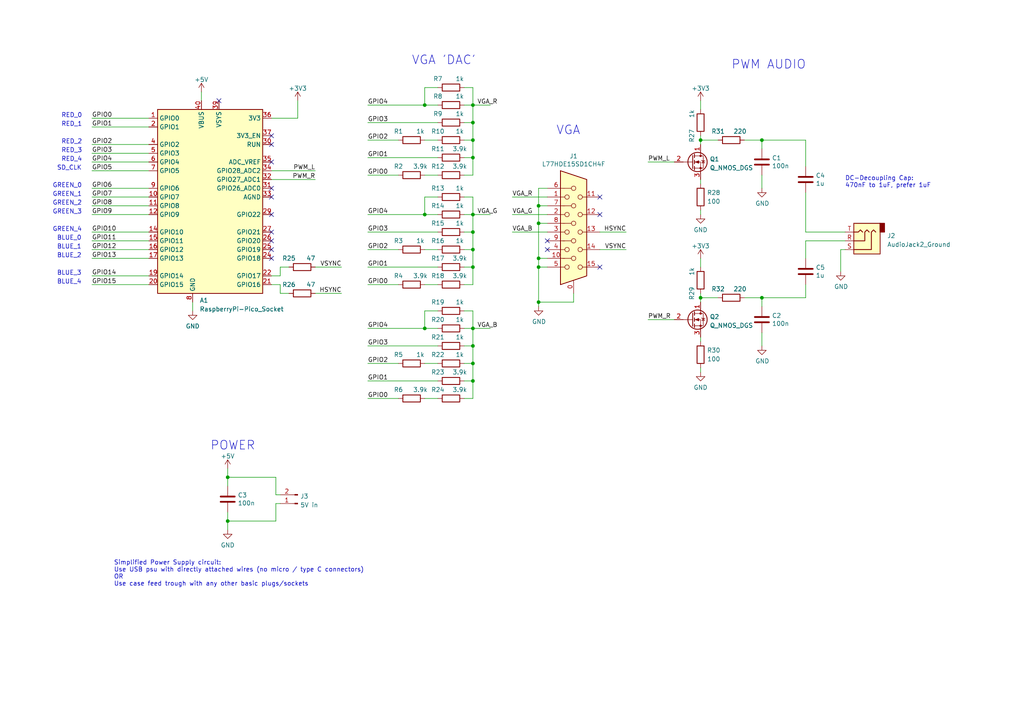
<source format=kicad_sch>
(kicad_sch (version 20211123) (generator eeschema)
  (paper "A4")
  (title_block (title "VGA adapter") (date "2022-09-17") (comment 2 "Only uses 2 different resistor values for VGA") (comment 3 "Simplified VGA+PWM audio adapter for Raspberry pi PICO (W)"))
  (lib_symbols
    (symbol "Connector:AudioJack3"
      (property "Reference" "J" (at 0 8.89 0))
      (property "Value" "AudioJack3" (at 0 6.35 0))
      (symbol "AudioJack3_0_1"
        (rectangle (start -5.08 -5.08) (end -6.35 -2.54) (stroke (width 0.254)) (fill (type outline)))
        (polyline (pts (xy 0 -2.54) (xy 0.635 -3.175) (xy 1.27 -2.54) (xy 2.54 -2.54)) (stroke (width 0.254)))
        (polyline (pts (xy -1.905 -2.54) (xy -1.27 -3.175) (xy -0.635 -2.54) (xy -0.635 0) (xy 2.54 0)) (stroke (width 0.254)))
        (polyline (pts (xy 2.54 2.54) (xy -2.54 2.54) (xy -2.54 -2.54) (xy -3.175 -3.175) (xy -3.81 -2.54)) (stroke (width 0.254)))
        (rectangle (start 2.54 3.81) (end -5.08 -5.08) (stroke (width 0.254)) (fill (type background)))
      )
      (symbol "AudioJack3_1_1"
        (pin passive line (at 5.08 0 180) (length 2.54) (name "~") (number "R"))
        (pin passive line (at 5.08 2.54 180) (length 2.54) (name "~") (number "S"))
        (pin passive line (at 5.08 -2.54 180) (length 2.54) (name "~") (number "T"))
      )
    )
    (symbol "Connector:Conn_01x02_Male" (pin_names (offset 1.016) hide)
      (property "Reference" "J" (at 0 2.54 0))
      (property "Value" "Conn_01x02_Male" (at 0 -5.08 0))
      (symbol "Conn_01x02_Male_1_1"
        (polyline (pts (xy 1.27 -2.54) (xy 0.8636 -2.54)) (stroke (width 0.1524)))
        (polyline (pts (xy 1.27 0) (xy 0.8636 0)) (stroke (width 0.1524)))
        (rectangle (start 0.8636 -2.413) (end 0 -2.667) (stroke (width 0.1524)) (fill (type outline)))
        (rectangle (start 0.8636 0.127) (end 0 -0.127) (stroke (width 0.1524)) (fill (type outline)))
        (pin passive line (at 5.08 0 180) (length 3.81) (name "Pin_1") (number "1"))
        (pin passive line (at 5.08 -2.54 180) (length 3.81) (name "Pin_2") (number "2"))
      )
    )
    (symbol "Connector:DB15_Female_HighDensity_MountingHoles" (pin_names (offset 1.016) hide)
      (property "Reference" "J" (at 0 21.59 0))
      (property "Value" "DB15_Female_HighDensity_MountingHoles" (at 0 19.05 0))
      (symbol "DB15_Female_HighDensity_MountingHoles_0_1"
        (circle (center -1.905 -10.16) (radius 0.635))
        (circle (center -1.905 -5.08) (radius 0.635))
        (circle (center -1.905 0) (radius 0.635))
        (circle (center -1.905 5.08) (radius 0.635))
        (circle (center -1.905 10.16) (radius 0.635))
        (circle (center 0 -7.62) (radius 0.635))
        (circle (center 0 -2.54) (radius 0.635))
        (polyline (pts (xy -3.175 7.62) (xy -0.635 7.62)))
        (polyline (pts (xy -0.635 -7.62) (xy -3.175 -7.62)))
        (polyline (pts (xy -0.635 -2.54) (xy -3.175 -2.54)))
        (polyline (pts (xy -0.635 2.54) (xy -3.175 2.54)))
        (polyline (pts (xy -0.635 12.7) (xy -3.175 12.7)))
        (polyline (pts (xy -3.81 17.78) (xy -3.81 -15.24) (xy 3.81 -12.7) (xy 3.81 15.24) (xy -3.81 17.78)) (stroke (width 0.254)) (fill (type background)))
        (circle (center 0 2.54) (radius 0.635))
        (circle (center 0 7.62) (radius 0.635))
        (circle (center 0 12.7) (radius 0.635))
        (circle (center 1.905 -10.16) (radius 0.635))
        (circle (center 1.905 -5.08) (radius 0.635))
        (circle (center 1.905 0) (radius 0.635))
        (circle (center 1.905 5.08) (radius 0.635))
        (circle (center 1.905 10.16) (radius 0.635))
      )
      (symbol "DB15_Female_HighDensity_MountingHoles_1_1"
        (pin passive line (at 0 -17.78 90) (length 3.81) (name "~") (number "0"))
        (pin passive line (at -7.62 10.16 0) (length 5.08) (name "~") (number "1"))
        (pin passive line (at -7.62 -7.62 0) (length 5.08) (name "~") (number "10"))
        (pin passive line (at 7.62 10.16 180) (length 5.08) (name "~") (number "11"))
        (pin passive line (at 7.62 5.08 180) (length 5.08) (name "~") (number "12"))
        (pin passive line (at 7.62 0 180) (length 5.08) (name "~") (number "13"))
        (pin passive line (at 7.62 -5.08 180) (length 5.08) (name "~") (number "14"))
        (pin passive line (at 7.62 -10.16 180) (length 5.08) (name "~") (number "15"))
        (pin passive line (at -7.62 5.08 0) (length 5.08) (name "~") (number "2"))
        (pin passive line (at -7.62 0 0) (length 5.08) (name "~") (number "3"))
        (pin passive line (at -7.62 -5.08 0) (length 5.08) (name "~") (number "4"))
        (pin passive line (at -7.62 -10.16 0) (length 5.08) (name "~") (number "5"))
        (pin passive line (at -7.62 12.7 0) (length 5.08) (name "~") (number "6"))
        (pin passive line (at -7.62 7.62 0) (length 5.08) (name "~") (number "7"))
        (pin passive line (at -7.62 2.54 0) (length 5.08) (name "~") (number "8"))
        (pin passive line (at -7.62 -2.54 0) (length 5.08) (name "~") (number "9"))
      )
    )
    (symbol "Device:C" (pin_numbers hide) (pin_names (offset 0.254))
      (property "Reference" "C" (at 0.635 2.54 0))
      (property "Value" "C" (at 0.635 -2.54 0))
      (symbol "C_0_1"
        (polyline (pts (xy -2.032 -0.762) (xy 2.032 -0.762)) (stroke (width 0.508)))
        (polyline (pts (xy -2.032 0.762) (xy 2.032 0.762)) (stroke (width 0.508)))
      )
      (symbol "C_1_1"
        (pin passive line (at 0 3.81 270) (length 2.794) (name "~") (number "1"))
        (pin passive line (at 0 -3.81 90) (length 2.794) (name "~") (number "2"))
      )
    )
    (symbol "Device:Q_NMOS_DGS" (pin_names (offset 0) hide)
      (property "Reference" "Q" (at 5.08 1.27 0))
      (property "Value" "Q_NMOS_DGS" (at 5.08 -1.27 0))
      (symbol "Q_NMOS_DGS_0_1"
        (polyline (pts (xy 0.254 0) (xy -2.54 0)))
        (polyline (pts (xy 0.254 1.905) (xy 0.254 -1.905)) (stroke (width 0.254)))
        (polyline (pts (xy 0.762 -1.27) (xy 0.762 -2.286)) (stroke (width 0.254)))
        (polyline (pts (xy 0.762 0.508) (xy 0.762 -0.508)) (stroke (width 0.254)))
        (polyline (pts (xy 0.762 2.286) (xy 0.762 1.27)) (stroke (width 0.254)))
        (polyline (pts (xy 2.54 2.54) (xy 2.54 1.778)))
        (polyline (pts (xy 2.54 -2.54) (xy 2.54 0) (xy 0.762 0)))
        (polyline (pts (xy 0.762 -1.778) (xy 3.302 -1.778) (xy 3.302 1.778) (xy 0.762 1.778)))
        (polyline (pts (xy 1.016 0) (xy 2.032 0.381) (xy 2.032 -0.381) (xy 1.016 0)) (fill (type outline)))
        (polyline (pts (xy 2.794 0.508) (xy 2.921 0.381) (xy 3.683 0.381) (xy 3.81 0.254)))
        (polyline (pts (xy 3.302 0.381) (xy 2.921 -0.254) (xy 3.683 -0.254) (xy 3.302 0.381)))
        (circle (center 1.651 0) (radius 2.794) (stroke (width 0.254)))
        (circle (center 2.54 -1.778) (radius 0.254) (fill (type outline)))
        (circle (center 2.54 1.778) (radius 0.254) (fill (type outline)))
      )
      (symbol "Q_NMOS_DGS_1_1"
        (pin passive line (at 2.54 5.08 270) (length 2.54) (name "D") (number "1"))
        (pin input line (at -5.08 0 0) (length 2.54) (name "G") (number "2"))
        (pin passive line (at 2.54 -5.08 90) (length 2.54) (name "S") (number "3"))
      )
    )
    (symbol "Device:R" (pin_numbers hide) (pin_names (offset 0))
      (property "Reference" "R" (at 2.032 0 90))
      (property "Value" "R" (at 0 0 90))
      (symbol "R_0_1"
        (rectangle (start -1.016 -2.54) (end 1.016 2.54) (stroke (width 0.254)))
      )
      (symbol "R_1_1"
        (pin passive line (at 0 3.81 270) (length 1.27) (name "~") (number "1"))
        (pin passive line (at 0 -3.81 90) (length 1.27) (name "~") (number "2"))
      )
    )
    (symbol "PICO_Module:RaspberryPi-Pico_Socket"
      (property "Reference" "A" (at 0 17.78 0))
      (property "Value" "RaspberryPi-Pico_Socket" (at 2.54 15.24 0))
      (symbol "RaspberryPi-Pico_Socket_0_1"
        (rectangle (start -15.24 27.94) (end 15.24 -25.4) (stroke (width 0.254)) (fill (type background)))
      )
      (symbol "RaspberryPi-Pico_Socket_1_1"
        (pin bidirectional line (at -17.78 25.4 0) (length 2.54) (name "GPIO0") (number "1"))
        (pin bidirectional line (at -17.78 2.54 0) (length 2.54) (name "GPIO7") (number "10"))
        (pin bidirectional line (at -17.78 0 0) (length 2.54) (name "GPIO8") (number "11"))
        (pin bidirectional line (at -17.78 -2.54 0) (length 2.54) (name "GPIO9") (number "12"))
        (pin passive line (at -5.08 -27.94 90) (length 2.54) hide (name "GND") (number "13"))
        (pin bidirectional line (at -17.78 -7.62 0) (length 2.54) (name "GPIO10") (number "14"))
        (pin bidirectional line (at -17.78 -10.16 0) (length 2.54) (name "GPIO11") (number "15"))
        (pin bidirectional line (at -17.78 -12.7 0) (length 2.54) (name "GPIO12") (number "16"))
        (pin bidirectional line (at -17.78 -15.24 0) (length 2.54) (name "GPIO13") (number "17"))
        (pin passive line (at -5.08 -27.94 90) (length 2.54) hide (name "GND") (number "18"))
        (pin bidirectional line (at -17.78 -20.32 0) (length 2.54) (name "GPIO14") (number "19"))
        (pin bidirectional line (at -17.78 22.86 0) (length 2.54) (name "GPIO1") (number "2"))
        (pin bidirectional line (at -17.78 -22.86 0) (length 2.54) (name "GPIO15") (number "20"))
        (pin bidirectional line (at 17.78 -22.86 180) (length 2.54) (name "GPIO16") (number "21"))
        (pin bidirectional line (at 17.78 -20.32 180) (length 2.54) (name "GPIO17") (number "22"))
        (pin passive line (at -5.08 -27.94 90) (length 2.54) hide (name "GND") (number "23"))
        (pin bidirectional line (at 17.78 -15.24 180) (length 2.54) (name "GPIO18") (number "24"))
        (pin bidirectional line (at 17.78 -12.7 180) (length 2.54) (name "GPIO19") (number "25"))
        (pin bidirectional line (at 17.78 -10.16 180) (length 2.54) (name "GPIO20") (number "26"))
        (pin bidirectional line (at 17.78 -7.62 180) (length 2.54) (name "GPIO21") (number "27"))
        (pin passive line (at -5.08 -27.94 90) (length 2.54) hide (name "GND") (number "28"))
        (pin bidirectional line (at 17.78 -2.54 180) (length 2.54) (name "GPIO22") (number "29"))
        (pin passive line (at -5.08 -27.94 90) (length 2.54) hide (name "GND") (number "3"))
        (pin input line (at 17.78 17.78 180) (length 2.54) (name "RUN") (number "30"))
        (pin bidirectional line (at 17.78 5.08 180) (length 2.54) (name "GPIO26_ADC0") (number "31"))
        (pin bidirectional line (at 17.78 7.62 180) (length 2.54) (name "GPIO27_ADC1") (number "32"))
        (pin power_in line (at 17.78 2.54 180) (length 2.54) (name "AGND") (number "33"))
        (pin bidirectional line (at 17.78 10.16 180) (length 2.54) (name "GPIO28_ADC2") (number "34"))
        (pin power_in line (at 17.78 12.7 180) (length 2.54) (name "ADC_VREF") (number "35"))
        (pin power_out line (at 17.78 25.4 180) (length 2.54) (name "3V3") (number "36"))
        (pin input line (at 17.78 20.32 180) (length 2.54) (name "3V3_EN") (number "37"))
        (pin passive line (at -5.08 -27.94 90) (length 2.54) hide (name "GND") (number "38"))
        (pin power_out line (at 2.54 30.48 270) (length 2.54) (name "VSYS") (number "39"))
        (pin bidirectional line (at -17.78 17.78 0) (length 2.54) (name "GPIO2") (number "4"))
        (pin power_out line (at -2.54 30.48 270) (length 2.54) (name "VBUS") (number "40"))
        (pin bidirectional line (at -17.78 15.24 0) (length 2.54) (name "GPIO3") (number "5"))
        (pin bidirectional line (at -17.78 12.7 0) (length 2.54) (name "GPIO4") (number "6"))
        (pin bidirectional line (at -17.78 10.16 0) (length 2.54) (name "GPIO5") (number "7"))
        (pin power_in line (at -5.08 -27.94 90) (length 2.54) (name "GND") (number "8"))
        (pin bidirectional line (at -17.78 5.08 0) (length 2.54) (name "GPIO6") (number "9"))
      )
    )
    (symbol "power:+3V3" (power) (pin_names (offset 0))
      (property "Value" "+3V3" (at 0 3.556 0))
      (symbol "+3V3_0_1"
        (polyline (pts (xy -0.762 1.27) (xy 0 2.54)))
        (polyline (pts (xy 0 0) (xy 0 2.54)))
        (polyline (pts (xy 0 2.54) (xy 0.762 1.27)))
      )
      (symbol "+3V3_1_1"
        (pin power_in line (at 0 0 90) (length 0) hide (name "+3V3") (number "1"))
      )
    )
    (symbol "power:+5V" (power) (pin_names (offset 0))
      (property "Value" "+5V" (at 0 3.556 0))
      (symbol "+5V_0_1"
        (polyline (pts (xy -0.762 1.27) (xy 0 2.54)))
        (polyline (pts (xy 0 0) (xy 0 2.54)))
        (polyline (pts (xy 0 2.54) (xy 0.762 1.27)))
      )
      (symbol "+5V_1_1"
        (pin power_in line (at 0 0 90) (length 0) hide (name "+5V") (number "1"))
      )
    )
    (symbol "power:GND" (power) (pin_names (offset 0))
      (property "Value" "GND" (at 0 -3.81 0))
      (symbol "GND_0_1"
        (polyline (pts (xy 0 0) (xy 0 -1.27) (xy 1.27 -1.27) (xy 0 -2.54) (xy -1.27 -1.27) (xy 0 -1.27)))
      )
      (symbol "GND_1_1"
        (pin power_in line (at 0 0 270) (length 0) hide (name "GND") (number "1"))
      )
    )
  )
  (junction (at 156.21 59.69))
  (junction (at 137.16 110.49))
  (junction (at 137.16 100.33))
  (junction (at 123.19 95.25))
  (junction (at 203.2 40.64))
  (junction (at 156.21 77.47))
  (junction (at 156.21 87.63))
  (junction (at 123.19 30.48))
  (junction (at 137.16 95.25))
  (junction (at 137.16 35.56))
  (junction (at 66.04 138.43))
  (junction (at 137.16 30.48))
  (junction (at 123.19 62.23))
  (junction (at 66.04 151.13))
  (junction (at 220.98 40.64))
  (junction (at 220.98 86.36))
  (junction (at 137.16 45.72))
  (junction (at 156.21 74.93))
  (junction (at 137.16 40.64))
  (junction (at 156.21 64.77))
  (junction (at 137.16 62.23))
  (junction (at 137.16 67.31))
  (junction (at 137.16 77.47))
  (junction (at 137.16 72.39))
  (junction (at 203.2 86.36))
  (junction (at 137.16 105.41))
  (no_connect (at 78.74 57.15))
  (no_connect (at 78.74 54.61))
  (no_connect (at 173.99 77.47))
  (no_connect (at 78.74 67.31))
  (no_connect (at 78.74 72.39))
  (no_connect (at 63.5 29.21))
  (no_connect (at 78.74 41.91))
  (no_connect (at 173.99 62.23))
  (no_connect (at 173.99 57.15))
  (no_connect (at 158.75 69.85))
  (no_connect (at 158.75 72.39))
  (no_connect (at 78.74 46.99))
  (no_connect (at 78.74 74.93))
  (no_connect (at 78.74 39.37))
  (no_connect (at 78.74 69.85))
  (no_connect (at 78.74 62.23))
  (wire (pts (xy 203.2 39.37) (xy 203.2 40.64)))
  (wire (pts (xy 106.68 62.23) (xy 123.19 62.23)))
  (wire (pts (xy 106.68 67.31) (xy 127 67.31)))
  (wire (pts (xy 127 62.23) (xy 123.19 62.23)))
  (wire (pts (xy 137.16 90.17) (xy 137.16 95.25)))
  (wire (pts (xy 137.16 50.8) (xy 137.16 45.72)))
  (wire (pts (xy 106.68 100.33) (xy 127 100.33)))
  (wire (pts (xy 26.67 41.91) (xy 43.18 41.91)))
  (wire (pts (xy 66.04 135.89) (xy 66.04 138.43)))
  (wire (pts (xy 106.68 110.49) (xy 127 110.49)))
  (wire (pts (xy 158.75 77.47) (xy 156.21 77.47)))
  (wire (pts (xy 137.16 40.64) (xy 137.16 35.56)))
  (wire (pts (xy 66.04 138.43) (xy 66.04 140.97)))
  (wire (pts (xy 123.19 25.4) (xy 127 25.4)))
  (wire (pts (xy 156.21 74.93) (xy 156.21 77.47)))
  (wire (pts (xy 106.68 35.56) (xy 127 35.56)))
  (wire (pts (xy 243.84 72.39) (xy 243.84 78.74)))
  (wire (pts (xy 158.75 62.23) (xy 148.59 62.23)))
  (wire (pts (xy 233.68 82.55) (xy 233.68 86.36)))
  (wire (pts (xy 158.75 54.61) (xy 156.21 54.61)))
  (wire (pts (xy 156.21 64.77) (xy 156.21 74.93)))
  (wire (pts (xy 26.67 46.99) (xy 43.18 46.99)))
  (wire (pts (xy 66.04 148.59) (xy 66.04 151.13)))
  (wire (pts (xy 134.62 100.33) (xy 137.16 100.33)))
  (wire (pts (xy 134.62 105.41) (xy 137.16 105.41)))
  (wire (pts (xy 106.68 115.57) (xy 115.57 115.57)))
  (wire (pts (xy 26.67 74.93) (xy 43.18 74.93)))
  (wire (pts (xy 134.62 57.15) (xy 137.16 57.15)))
  (wire (pts (xy 81.28 143.51) (xy 80.01 143.51)))
  (wire (pts (xy 26.67 69.85) (xy 43.18 69.85)))
  (wire (pts (xy 173.99 72.39) (xy 181.61 72.39)))
  (wire (pts (xy 106.68 72.39) (xy 115.57 72.39)))
  (wire (pts (xy 55.88 87.63) (xy 55.88 90.17)))
  (wire (pts (xy 91.44 77.47) (xy 99.06 77.47)))
  (wire (pts (xy 26.67 49.53) (xy 43.18 49.53)))
  (wire (pts (xy 26.67 72.39) (xy 43.18 72.39)))
  (wire (pts (xy 134.62 40.64) (xy 137.16 40.64)))
  (wire (pts (xy 156.21 54.61) (xy 156.21 59.69)))
  (wire (pts (xy 220.98 50.8) (xy 220.98 54.61)))
  (wire (pts (xy 208.28 40.64) (xy 203.2 40.64)))
  (wire (pts (xy 220.98 40.64) (xy 233.68 40.64)))
  (wire (pts (xy 137.16 95.25) (xy 142.24 95.25)))
  (wire (pts (xy 134.62 82.55) (xy 137.16 82.55)))
  (wire (pts (xy 123.19 40.64) (xy 127 40.64)))
  (wire (pts (xy 91.44 85.09) (xy 99.06 85.09)))
  (wire (pts (xy 81.28 146.05) (xy 80.01 146.05)))
  (wire (pts (xy 203.2 97.79) (xy 203.2 99.06)))
  (wire (pts (xy 26.67 54.61) (xy 43.18 54.61)))
  (wire (pts (xy 158.75 57.15) (xy 148.59 57.15)))
  (wire (pts (xy 123.19 115.57) (xy 127 115.57)))
  (wire (pts (xy 215.9 40.64) (xy 220.98 40.64)))
  (wire (pts (xy 137.16 45.72) (xy 137.16 40.64)))
  (wire (pts (xy 137.16 30.48) (xy 142.24 30.48)))
  (wire (pts (xy 106.68 30.48) (xy 123.19 30.48)))
  (wire (pts (xy 166.37 87.63) (xy 166.37 85.09)))
  (wire (pts (xy 203.2 85.09) (xy 203.2 86.36)))
  (wire (pts (xy 203.2 29.21) (xy 203.2 31.75)))
  (wire (pts (xy 134.62 77.47) (xy 137.16 77.47)))
  (wire (pts (xy 80.01 151.13) (xy 66.04 151.13)))
  (wire (pts (xy 134.62 90.17) (xy 137.16 90.17)))
  (wire (pts (xy 78.74 34.29) (xy 86.36 34.29)))
  (wire (pts (xy 137.16 82.55) (xy 137.16 77.47)))
  (wire (pts (xy 137.16 77.47) (xy 137.16 72.39)))
  (wire (pts (xy 78.74 49.53) (xy 91.44 49.53)))
  (wire (pts (xy 134.62 50.8) (xy 137.16 50.8)))
  (wire (pts (xy 158.75 67.31) (xy 148.59 67.31)))
  (wire (pts (xy 156.21 87.63) (xy 156.21 88.9)))
  (wire (pts (xy 80.01 146.05) (xy 80.01 151.13)))
  (wire (pts (xy 134.62 67.31) (xy 137.16 67.31)))
  (wire (pts (xy 137.16 35.56) (xy 137.16 30.48)))
  (wire (pts (xy 106.68 77.47) (xy 127 77.47)))
  (wire (pts (xy 123.19 105.41) (xy 127 105.41)))
  (wire (pts (xy 203.2 52.07) (xy 203.2 53.34)))
  (wire (pts (xy 220.98 43.18) (xy 220.98 40.64)))
  (wire (pts (xy 26.67 82.55) (xy 43.18 82.55)))
  (wire (pts (xy 187.96 46.99) (xy 195.58 46.99)))
  (wire (pts (xy 106.68 95.25) (xy 123.19 95.25)))
  (wire (pts (xy 137.16 62.23) (xy 142.24 62.23)))
  (wire (pts (xy 203.2 86.36) (xy 203.2 87.63)))
  (wire (pts (xy 134.62 72.39) (xy 137.16 72.39)))
  (wire (pts (xy 123.19 72.39) (xy 127 72.39)))
  (wire (pts (xy 158.75 74.93) (xy 156.21 74.93)))
  (wire (pts (xy 137.16 67.31) (xy 137.16 62.23)))
  (wire (pts (xy 123.19 30.48) (xy 123.19 25.4)))
  (wire (pts (xy 137.16 100.33) (xy 137.16 95.25)))
  (wire (pts (xy 134.62 35.56) (xy 137.16 35.56)))
  (wire (pts (xy 80.01 143.51) (xy 80.01 138.43)))
  (wire (pts (xy 220.98 96.52) (xy 220.98 100.33)))
  (wire (pts (xy 134.62 30.48) (xy 137.16 30.48)))
  (wire (pts (xy 137.16 105.41) (xy 137.16 100.33)))
  (wire (pts (xy 156.21 59.69) (xy 156.21 64.77)))
  (wire (pts (xy 215.9 86.36) (xy 220.98 86.36)))
  (wire (pts (xy 26.67 62.23) (xy 43.18 62.23)))
  (wire (pts (xy 137.16 57.15) (xy 137.16 62.23)))
  (wire (pts (xy 78.74 52.07) (xy 91.44 52.07)))
  (wire (pts (xy 134.62 62.23) (xy 137.16 62.23)))
  (wire (pts (xy 156.21 87.63) (xy 166.37 87.63)))
  (wire (pts (xy 203.2 106.68) (xy 203.2 107.95)))
  (wire (pts (xy 26.67 34.29) (xy 43.18 34.29)))
  (wire (pts (xy 173.99 67.31) (xy 181.61 67.31)))
  (wire (pts (xy 208.28 86.36) (xy 203.2 86.36)))
  (wire (pts (xy 106.68 82.55) (xy 115.57 82.55)))
  (wire (pts (xy 106.68 40.64) (xy 115.57 40.64)))
  (wire (pts (xy 127 30.48) (xy 123.19 30.48)))
  (wire (pts (xy 220.98 88.9) (xy 220.98 86.36)))
  (wire (pts (xy 106.68 50.8) (xy 115.57 50.8)))
  (wire (pts (xy 137.16 110.49) (xy 137.16 105.41)))
  (wire (pts (xy 80.01 138.43) (xy 66.04 138.43)))
  (wire (pts (xy 123.19 95.25) (xy 123.19 90.17)))
  (wire (pts (xy 233.68 67.31) (xy 245.11 67.31)))
  (wire (pts (xy 156.21 77.47) (xy 156.21 87.63)))
  (wire (pts (xy 187.96 92.71) (xy 195.58 92.71)))
  (wire (pts (xy 158.75 59.69) (xy 156.21 59.69)))
  (wire (pts (xy 245.11 72.39) (xy 243.84 72.39)))
  (wire (pts (xy 233.68 69.85) (xy 245.11 69.85)))
  (wire (pts (xy 81.28 82.55) (xy 81.28 85.09)))
  (wire (pts (xy 134.62 95.25) (xy 137.16 95.25)))
  (wire (pts (xy 106.68 105.41) (xy 115.57 105.41)))
  (wire (pts (xy 203.2 74.93) (xy 203.2 77.47)))
  (wire (pts (xy 26.67 67.31) (xy 43.18 67.31)))
  (wire (pts (xy 158.75 64.77) (xy 156.21 64.77)))
  (wire (pts (xy 81.28 77.47) (xy 83.82 77.47)))
  (wire (pts (xy 137.16 72.39) (xy 137.16 67.31)))
  (wire (pts (xy 26.67 80.01) (xy 43.18 80.01)))
  (wire (pts (xy 78.74 80.01) (xy 81.28 80.01)))
  (wire (pts (xy 106.68 45.72) (xy 127 45.72)))
  (wire (pts (xy 86.36 34.29) (xy 86.36 29.21)))
  (wire (pts (xy 137.16 115.57) (xy 137.16 110.49)))
  (wire (pts (xy 81.28 85.09) (xy 83.82 85.09)))
  (wire (pts (xy 26.67 59.69) (xy 43.18 59.69)))
  (wire (pts (xy 233.68 40.64) (xy 233.68 48.26)))
  (wire (pts (xy 134.62 25.4) (xy 137.16 25.4)))
  (wire (pts (xy 123.19 50.8) (xy 127 50.8)))
  (wire (pts (xy 26.67 44.45) (xy 43.18 44.45)))
  (wire (pts (xy 203.2 40.64) (xy 203.2 41.91)))
  (wire (pts (xy 134.62 110.49) (xy 137.16 110.49)))
  (wire (pts (xy 123.19 90.17) (xy 127 90.17)))
  (wire (pts (xy 127 95.25) (xy 123.19 95.25)))
  (wire (pts (xy 123.19 82.55) (xy 127 82.55)))
  (wire (pts (xy 203.2 60.96) (xy 203.2 62.23)))
  (wire (pts (xy 78.74 82.55) (xy 81.28 82.55)))
  (wire (pts (xy 58.42 26.67) (xy 58.42 29.21)))
  (wire (pts (xy 134.62 115.57) (xy 137.16 115.57)))
  (wire (pts (xy 220.98 86.36) (xy 233.68 86.36)))
  (wire (pts (xy 26.67 57.15) (xy 43.18 57.15)))
  (wire (pts (xy 81.28 77.47) (xy 81.28 80.01)))
  (wire (pts (xy 123.19 62.23) (xy 123.19 57.15)))
  (wire (pts (xy 123.19 57.15) (xy 127 57.15)))
  (wire (pts (xy 26.67 36.83) (xy 43.18 36.83)))
  (wire (pts (xy 66.04 151.13) (xy 66.04 153.67)))
  (wire (pts (xy 233.68 69.85) (xy 233.68 74.93)))
  (wire (pts (xy 137.16 25.4) (xy 137.16 30.48)))
  (wire (pts (xy 233.68 55.88) (xy 233.68 67.31)))
  (wire (pts (xy 134.62 45.72) (xy 137.16 45.72)))
  (text "DC-Decoupling Cap:\n470nF to 1uF, prefer 1uF" (at 245.11 54.61 0) (effects (font (size 1.27 1.27)) (justify left bottom)))
  (text "POWER" (at 60.96 130.81 0) (effects (font (size 2.54 2.54)) (justify left bottom)))
  (text "PWM AUDIO" (at 212.09 20.32 0) (effects (font (size 2.54 2.54)) (justify left bottom)))
  (text "SD_CLK" (at 16.51 49.53 0) (effects (font (size 1.27 1.27)) (justify left bottom)))
  (text "RED_2" (at 17.78 41.91 0) (effects (font (size 1.27 1.27)) (justify left bottom)))
  (text "GREEN_3" (at 15.24 62.23 0) (effects (font (size 1.27 1.27)) (justify left bottom)))
  (text "RED_4" (at 17.78 46.99 0) (effects (font (size 1.27 1.27)) (justify left bottom)))
  (text "BLUE_3" (at 16.51 80.01 0) (effects (font (size 1.27 1.27)) (justify left bottom)))
  (text "GREEN_4" (at 15.24 67.31 0) (effects (font (size 1.27 1.27)) (justify left bottom)))
  (text "BLUE_4" (at 16.51 82.55 0) (effects (font (size 1.27 1.27)) (justify left bottom)))
  (text "GREEN_2" (at 15.24 59.69 0) (effects (font (size 1.27 1.27)) (justify left bottom)))
  (text "GREEN_0" (at 15.24 54.61 0) (effects (font (size 1.27 1.27)) (justify left bottom)))
  (text "RED_3" (at 17.78 44.45 0) (effects (font (size 1.27 1.27)) (justify left bottom)))
  (text "VGA 'DAC'" (at 119.38 19.05 0) (effects (font (size 2.54 2.54)) (justify left bottom)))
  (text "Simplified Power Supply circuit:\nUse USB psu with directly attached wires (no micro / type C connectors)\nOR\nUse case feed trough with any other basic plugs/sockets" (at 33.02 170.18 0) (effects (font (size 1.27 1.27)) (justify left bottom)))
  (text "GREEN_1" (at 15.24 57.15 0) (effects (font (size 1.27 1.27)) (justify left bottom)))
  (text "BLUE_2" (at 16.51 74.93 0) (effects (font (size 1.27 1.27)) (justify left bottom)))
  (text "RED_1" (at 17.78 36.83 0) (effects (font (size 1.27 1.27)) (justify left bottom)))
  (text "BLUE_1" (at 16.51 72.39 0) (effects (font (size 1.27 1.27)) (justify left bottom)))
  (text "BLUE_0" (at 16.51 69.85 0) (effects (font (size 1.27 1.27)) (justify left bottom)))
  (text "RED_0" (at 17.78 34.29 0) (effects (font (size 1.27 1.27)) (justify left bottom)))
  (text "VGA" (at 161.29 39.37 0) (effects (font (size 2.54 2.54)) (justify left bottom)))
  (label "GPIO2" (at 106.68 72.39 0))
  (label "VSYNC" (at 99.06 77.47 180))
  (label "GPIO15" (at 26.67 82.55 0))
  (label "PWM_R" (at 91.44 52.07 180))
  (label "GPIO4" (at 106.68 62.23 0))
  (label "GPIO10" (at 26.67 67.31 0))
  (label "GPIO11" (at 26.67 69.85 0))
  (label "GPIO2" (at 106.68 40.64 0))
  (label "PWM_L" (at 91.44 49.53 180))
  (label "GPIO1" (at 106.68 77.47 0))
  (label "GPIO8" (at 26.67 59.69 0))
  (label "GPIO0" (at 106.68 50.8 0))
  (label "GPIO3" (at 106.68 67.31 0))
  (label "GPIO3" (at 106.68 35.56 0))
  (label "GPIO1" (at 26.67 36.83 0))
  (label "GPIO12" (at 26.67 72.39 0))
  (label "PWM_R" (at 187.96 92.71 0))
  (label "GPIO3" (at 26.67 44.45 0))
  (label "GPIO0" (at 106.68 115.57 0))
  (label "VGA_R" (at 138.43 30.48 0))
  (label "GPIO9" (at 26.67 62.23 0))
  (label "VGA_G" (at 138.43 62.23 0))
  (label "GPIO3" (at 106.68 100.33 0))
  (label "VGA_G" (at 148.59 62.23 0))
  (label "PWM_L" (at 187.96 46.99 0))
  (label "GPIO2" (at 106.68 105.41 0))
  (label "GPIO14" (at 26.67 80.01 0))
  (label "VGA_R" (at 148.59 57.15 0))
  (label "GPIO0" (at 26.67 34.29 0))
  (label "VGA_B" (at 138.43 95.25 0))
  (label "GPIO1" (at 106.68 45.72 0))
  (label "GPIO2" (at 26.67 41.91 0))
  (label "GPIO13" (at 26.67 74.93 0))
  (label "GPIO7" (at 26.67 57.15 0))
  (label "VSYNC" (at 181.61 72.39 180))
  (label "HSYNC" (at 181.61 67.31 180))
  (label "GPIO1" (at 106.68 110.49 0))
  (label "GPIO5" (at 26.67 49.53 0))
  (label "HSYNC" (at 99.06 85.09 180))
  (label "GPIO4" (at 26.67 46.99 0))
  (label "GPIO4" (at 106.68 30.48 0))
  (label "GPIO4" (at 106.68 95.25 0))
  (label "GPIO0" (at 106.68 82.55 0))
  (label "VGA_B" (at 148.59 67.31 0))
  (label "GPIO6" (at 26.67 54.61 0))
  (symbol (lib_id "Device:R") (at 130.81 110.49 270) (unit 1)
    (property "Reference" "R23" (at 127 107.95 90))
    (property "Value" "3.9k" (at 133.35 107.95 90))
    (property "Footprint" "Resistor_THT:R_Axial_DIN0204_L3.6mm_D1.6mm_P7.62mm_Horizontal" (effects hide))
  )
  (symbol (lib_id "Device:R") (at 87.63 77.47 270) (unit 1)
    (property "Reference" "R25" (at 83.82 74.93 90))
    (property "Value" "47" (at 90.17 74.93 90))
    (property "Footprint" "Resistor_THT:R_Axial_DIN0204_L3.6mm_D1.6mm_P7.62mm_Horizontal" (effects hide))
  )
  (symbol (lib_id "Device:R") (at 130.81 50.8 270) (unit 1)
    (property "Reference" "R12" (at 127 48.26 90))
    (property "Value" "3.9k" (at 133.35 48.26 90))
    (property "Footprint" "Resistor_THT:R_Axial_DIN0204_L3.6mm_D1.6mm_P7.62mm_Horizontal" (effects hide))
  )
  (symbol (lib_id "Device:C") (at 66.04 144.78 0) (unit 1)
    (property "Reference" "C3" (at 68.961 143.6116 0) (effects (justify left)))
    (property "Value" "100n" (at 68.961 145.923 0) (effects (justify left)))
    (property "Footprint" "Capacitor_THT:C_Rect_L7.5mm_W6.5mm_P5.00mm" (effects hide))
  )
  (symbol (lib_id "power:+5V") (at 66.04 135.89 0) (unit 1)
    (property "Reference" "#PWR011" (effects hide))
    (property "Value" "+5V" (at 66.04 132.3142 0))
  )
  (symbol (lib_id "Device:R") (at 212.09 40.64 270) (unit 1)
    (property "Reference" "R31" (at 208.28 38.1 90))
    (property "Value" "220" (at 214.63 38.1 90))
    (property "Footprint" "Resistor_THT:R_Axial_DIN0204_L3.6mm_D1.6mm_P7.62mm_Horizontal" (effects hide))
  )
  (symbol (lib_id "Device:R") (at 130.81 82.55 270) (unit 1)
    (property "Reference" "R18" (at 127 80.01 90))
    (property "Value" "3.9k" (at 133.35 80.01 90))
    (property "Footprint" "Resistor_THT:R_Axial_DIN0204_L3.6mm_D1.6mm_P7.62mm_Horizontal" (effects hide))
  )
  (symbol (lib_id "Device:R") (at 130.81 30.48 270) (unit 1)
    (property "Reference" "R8" (at 127 27.94 90))
    (property "Value" "1k" (at 133.35 27.94 90))
    (property "Footprint" "Resistor_THT:R_Axial_DIN0204_L3.6mm_D1.6mm_P7.62mm_Horizontal" (effects hide))
  )
  (symbol (lib_id "Device:R") (at 130.81 72.39 270) (unit 1)
    (property "Reference" "R16" (at 127 69.85 90))
    (property "Value" "1k" (at 133.35 69.85 90))
    (property "Footprint" "Resistor_THT:R_Axial_DIN0204_L3.6mm_D1.6mm_P7.62mm_Horizontal" (effects hide))
  )
  (symbol (lib_id "Device:R") (at 130.81 62.23 270) (unit 1)
    (property "Reference" "R14" (at 127 59.69 90))
    (property "Value" "1k" (at 133.35 59.69 90))
    (property "Footprint" "Resistor_THT:R_Axial_DIN0204_L3.6mm_D1.6mm_P7.62mm_Horizontal" (effects hide))
  )
  (symbol (lib_id "Device:R") (at 212.09 86.36 270) (unit 1)
    (property "Reference" "R32" (at 208.28 83.82 90))
    (property "Value" "220" (at 214.63 83.82 90))
    (property "Footprint" "Resistor_THT:R_Axial_DIN0204_L3.6mm_D1.6mm_P7.62mm_Horizontal" (effects hide))
  )
  (symbol (lib_id "power:+5V") (at 58.42 26.67 0) (unit 1)
    (property "Reference" "#PWR0101" (effects hide))
    (property "Value" "+5V" (at 58.42 23.0942 0))
  )
  (symbol (lib_id "Device:R") (at 119.38 72.39 270) (unit 1)
    (property "Reference" "R3" (at 115.57 69.85 90))
    (property "Value" "1k" (at 121.92 69.85 90))
    (property "Footprint" "Resistor_THT:R_Axial_DIN0204_L3.6mm_D1.6mm_P7.62mm_Horizontal" (effects hide))
  )
  (symbol (lib_id "power:+3V3") (at 203.2 29.21 0) (unit 1)
    (property "Reference" "#PWR04" (effects hide))
    (property "Value" "+3V3" (at 203.2 25.6342 0))
  )
  (symbol (lib_id "power:GND") (at 66.04 153.67 0) (unit 1)
    (property "Reference" "#PWR012" (effects hide))
    (property "Value" "GND" (at 66.04 158.1134 0))
  )
  (symbol (lib_id "power:GND") (at 220.98 100.33 0) (unit 1)
    (property "Reference" "#PWR09" (effects hide))
    (property "Value" "GND" (at 221.107 104.7242 0))
  )
  (symbol (lib_id "power:GND") (at 203.2 62.23 0) (unit 1)
    (property "Reference" "#PWR05" (effects hide))
    (property "Value" "GND" (at 203.2 66.6734 0))
  )
  (symbol (lib_id "Device:Q_NMOS_DGS") (at 200.66 92.71 0) (unit 1)
    (property "Reference" "Q2" (at 205.867 91.8753 0) (effects (justify left)))
    (property "Value" "Q_NMOS_DGS" (at 205.867 94.4122 0) (effects (justify left)))
    (property "Footprint" "Package_TO_SOT_THT:TO-92_Wide" (effects hide))
  )
  (symbol (lib_id "Device:C") (at 220.98 46.99 0) (unit 1)
    (property "Reference" "C1" (at 223.901 45.8216 0) (effects (justify left)))
    (property "Value" "100n" (at 223.901 48.133 0) (effects (justify left)))
    (property "Footprint" "Capacitor_THT:C_Rect_L7.5mm_W6.5mm_P5.00mm" (effects hide))
  )
  (symbol (lib_id "Device:R") (at 130.81 25.4 270) (unit 1)
    (property "Reference" "R7" (at 127 22.86 90))
    (property "Value" "1k" (at 133.35 22.86 90))
    (property "Footprint" "Resistor_THT:R_Axial_DIN0204_L3.6mm_D1.6mm_P7.62mm_Horizontal" (effects hide))
  )
  (symbol (lib_id "Device:R") (at 130.81 40.64 270) (unit 1)
    (property "Reference" "R10" (at 127 38.1 90))
    (property "Value" "1k" (at 133.35 38.1 90))
    (property "Footprint" "Resistor_THT:R_Axial_DIN0204_L3.6mm_D1.6mm_P7.62mm_Horizontal" (effects hide))
  )
  (symbol (lib_id "Device:R") (at 119.38 115.57 270) (unit 1)
    (property "Reference" "R6" (at 115.57 113.03 90))
    (property "Value" "3.9k" (at 121.92 113.03 90))
    (property "Footprint" "Resistor_THT:R_Axial_DIN0204_L3.6mm_D1.6mm_P7.62mm_Horizontal" (effects hide))
  )
  (symbol (lib_id "power:GND") (at 203.2 107.95 0) (unit 1)
    (property "Reference" "#PWR07" (effects hide))
    (property "Value" "GND" (at 203.2 112.3934 0))
  )
  (symbol (lib_id "Device:R") (at 203.2 57.15 180) (unit 1)
    (property "Reference" "R28" (at 207.01 55.88 0))
    (property "Value" "100" (at 207.01 58.42 0))
    (property "Footprint" "Resistor_THT:R_Axial_DIN0204_L3.6mm_D1.6mm_P7.62mm_Horizontal" (effects hide))
  )
  (symbol (lib_id "Device:C") (at 233.68 78.74 0) (unit 1)
    (property "Reference" "C5" (at 236.601 77.5716 0) (effects (justify left)))
    (property "Value" "1u" (at 236.601 79.883 0) (effects (justify left)))
    (property "Footprint" "Capacitor_THT:C_Rect_L7.5mm_W6.5mm_P5.00mm" (effects hide))
  )
  (symbol (lib_id "power:GND") (at 243.84 78.74 0) (unit 1)
    (property "Reference" "#PWR010" (effects hide))
    (property "Value" "GND" (at 243.967 83.1342 0))
  )
  (symbol (lib_id "Device:R") (at 130.81 35.56 270) (unit 1)
    (property "Reference" "R9" (at 127 33.02 90))
    (property "Value" "1k" (at 133.35 33.02 90))
    (property "Footprint" "Resistor_THT:R_Axial_DIN0204_L3.6mm_D1.6mm_P7.62mm_Horizontal" (effects hide))
  )
  (symbol (lib_id "Connector:AudioJack3") (at 250.19 69.85 180) (unit 1)
    (property "Reference" "J2" (at 257.302 68.3803 0) (effects (justify right)))
    (property "Value" "AudioJack2_Ground" (at 257.302 70.9172 0) (effects (justify right)))
    (property "Footprint" "Connector_Audio:Jack_3.5mm_CUI_SJ1-3523N_Horizontal" (effects hide))
  )
  (symbol (lib_id "power:GND") (at 156.21 88.9 0) (unit 1)
    (property "Reference" "#PWR02" (effects hide))
    (property "Value" "GND" (at 156.337 93.2942 0))
  )
  (symbol (lib_id "Device:R") (at 119.38 40.64 270) (unit 1)
    (property "Reference" "R1" (at 115.57 38.1 90))
    (property "Value" "1k" (at 121.92 38.1 90))
    (property "Footprint" "Resistor_THT:R_Axial_DIN0204_L3.6mm_D1.6mm_P7.62mm_Horizontal" (effects hide))
  )
  (symbol (lib_id "Device:Q_NMOS_DGS") (at 200.66 46.99 0) (unit 1)
    (property "Reference" "Q1" (at 205.867 46.1553 0) (effects (justify left)))
    (property "Value" "Q_NMOS_DGS" (at 205.867 48.6922 0) (effects (justify left)))
    (property "Footprint" "Package_TO_SOT_THT:TO-92_Wide" (effects hide))
  )
  (symbol (lib_id "Device:R") (at 119.38 105.41 270) (unit 1)
    (property "Reference" "R5" (at 115.57 102.87 90))
    (property "Value" "1k" (at 121.92 102.87 90))
    (property "Footprint" "Resistor_THT:R_Axial_DIN0204_L3.6mm_D1.6mm_P7.62mm_Horizontal" (effects hide))
  )
  (symbol (lib_id "Device:R") (at 130.81 100.33 270) (unit 1)
    (property "Reference" "R21" (at 127 97.79 90))
    (property "Value" "1k" (at 133.35 97.79 90))
    (property "Footprint" "Resistor_THT:R_Axial_DIN0204_L3.6mm_D1.6mm_P7.62mm_Horizontal" (effects hide))
  )
  (symbol (lib_id "Device:R") (at 130.81 57.15 270) (unit 1)
    (property "Reference" "R13" (at 127 54.61 90))
    (property "Value" "1k" (at 133.35 54.61 90))
    (property "Footprint" "Resistor_THT:R_Axial_DIN0204_L3.6mm_D1.6mm_P7.62mm_Horizontal" (effects hide))
  )
  (symbol (lib_id "Device:C") (at 233.68 52.07 0) (unit 1)
    (property "Reference" "C4" (at 236.601 50.9016 0) (effects (justify left)))
    (property "Value" "1u" (at 236.601 53.213 0) (effects (justify left)))
    (property "Footprint" "Capacitor_THT:C_Rect_L7.5mm_W6.5mm_P5.00mm" (effects hide))
  )
  (symbol (lib_id "PICO_Module:RaspberryPi-Pico_Socket") (at 60.96 59.69 0) (unit 1)
    (property "Reference" "A1" (at 57.8994 87.1204 0) (effects (justify left)))
    (property "Value" "RaspberryPi-Pico_Socket" (at 57.8994 89.6573 0) (effects (justify left)))
    (property "Footprint" "Module:Raspberry_Pi_Pico_Socket" (effects hide))
    (property "Datasheet" "https://datasheets.raspberrypi.com/pico/pico-datasheet.pdf" (effects hide))
  )
  (symbol (lib_id "Device:R") (at 130.81 105.41 270) (unit 1)
    (property "Reference" "R22" (at 127 102.87 90))
    (property "Value" "1k" (at 133.35 102.87 90))
    (property "Footprint" "Resistor_THT:R_Axial_DIN0204_L3.6mm_D1.6mm_P7.62mm_Horizontal" (effects hide))
  )
  (symbol (lib_id "power:GND") (at 220.98 54.61 0) (unit 1)
    (property "Reference" "#PWR08" (effects hide))
    (property "Value" "GND" (at 221.107 59.0042 0))
  )
  (symbol (lib_id "Connector:Conn_01x02_Male") (at 86.36 146.05 180) (unit 1)
    (property "Reference" "J3" (at 87.0712 143.9453 0) (effects (justify right)))
    (property "Value" "5V in" (at 87.0712 146.4822 0) (effects (justify right)))
    (property "Footprint" "Connector_PinHeader_2.54mm:PinHeader_1x02_P2.54mm_Vertical" (effects hide))
  )
  (symbol (lib_id "Device:R") (at 203.2 102.87 180) (unit 1)
    (property "Reference" "R30" (at 207.01 101.6 0))
    (property "Value" "100" (at 207.01 104.14 0))
    (property "Footprint" "Resistor_THT:R_Axial_DIN0204_L3.6mm_D1.6mm_P7.62mm_Horizontal" (effects hide))
  )
  (symbol (lib_id "Device:R") (at 130.81 45.72 270) (unit 1)
    (property "Reference" "R11" (at 127 43.18 90))
    (property "Value" "3.9k" (at 133.35 43.18 90))
    (property "Footprint" "Resistor_THT:R_Axial_DIN0204_L3.6mm_D1.6mm_P7.62mm_Horizontal" (effects hide))
  )
  (symbol (lib_id "Device:R") (at 130.81 95.25 270) (unit 1)
    (property "Reference" "R20" (at 127 92.71 90))
    (property "Value" "1k" (at 133.35 92.71 90))
    (property "Footprint" "Resistor_THT:R_Axial_DIN0204_L3.6mm_D1.6mm_P7.62mm_Horizontal" (effects hide))
  )
  (symbol (lib_id "Device:R") (at 130.81 77.47 270) (unit 1)
    (property "Reference" "R17" (at 127 74.93 90))
    (property "Value" "3.9k" (at 133.35 74.93 90))
    (property "Footprint" "Resistor_THT:R_Axial_DIN0204_L3.6mm_D1.6mm_P7.62mm_Horizontal" (effects hide))
  )
  (symbol (lib_id "power:+3V3") (at 86.36 29.21 0) (unit 1)
    (property "Reference" "#PWR03" (effects hide))
    (property "Value" "+3V3" (at 86.36 25.6342 0))
  )
  (symbol (lib_id "power:+3V3") (at 203.2 74.93 0) (unit 1)
    (property "Reference" "#PWR06" (effects hide))
    (property "Value" "+3V3" (at 203.2 71.3542 0))
  )
  (symbol (lib_id "Device:R") (at 119.38 82.55 270) (unit 1)
    (property "Reference" "R4" (at 115.57 80.01 90))
    (property "Value" "3.9k" (at 121.92 80.01 90))
    (property "Footprint" "Resistor_THT:R_Axial_DIN0204_L3.6mm_D1.6mm_P7.62mm_Horizontal" (effects hide))
  )
  (symbol (lib_id "Device:R") (at 130.81 67.31 270) (unit 1)
    (property "Reference" "R15" (at 127 64.77 90))
    (property "Value" "1k" (at 133.35 64.77 90))
    (property "Footprint" "Resistor_THT:R_Axial_DIN0204_L3.6mm_D1.6mm_P7.62mm_Horizontal" (effects hide))
  )
  (symbol (lib_id "Device:R") (at 130.81 115.57 270) (unit 1)
    (property "Reference" "R24" (at 127 113.03 90))
    (property "Value" "3.9k" (at 133.35 113.03 90))
    (property "Footprint" "Resistor_THT:R_Axial_DIN0204_L3.6mm_D1.6mm_P7.62mm_Horizontal" (effects hide))
  )
  (symbol (lib_id "Device:R") (at 203.2 81.28 0) (unit 1)
    (property "Reference" "R29" (at 200.66 85.09 90))
    (property "Value" "1k" (at 200.66 78.74 90))
    (property "Footprint" "Resistor_THT:R_Axial_DIN0204_L3.6mm_D1.6mm_P7.62mm_Horizontal" (effects hide))
  )
  (symbol (lib_id "Device:R") (at 130.81 90.17 270) (unit 1)
    (property "Reference" "R19" (at 127 87.63 90))
    (property "Value" "1k" (at 133.35 87.63 90))
    (property "Footprint" "Resistor_THT:R_Axial_DIN0204_L3.6mm_D1.6mm_P7.62mm_Horizontal" (effects hide))
  )
  (symbol (lib_id "power:GND") (at 55.88 90.17 0) (unit 1)
    (property "Reference" "#PWR01" (effects hide))
    (property "Value" "GND" (at 55.88 94.6134 0))
  )
  (symbol (lib_id "Connector:DB15_Female_HighDensity_MountingHoles") (at 166.37 67.31 0) (unit 1)
    (property "Reference" "J1" (at 166.37 45.2882 0))
    (property "Value" "L77HDE15SD1CH4F" (at 166.37 47.5996 0))
    (property "Footprint" "Connector_Dsub:DSUB-15-HD_Female_Horizontal_P2.29x1.98mm_EdgePinOffset8.35mm_Housed_MountingHolesOffset10.89mm" (effects hide))
    (property "Datasheet" " ~" (effects hide))
  )
  (symbol (lib_id "Device:R") (at 87.63 85.09 270) (unit 1)
    (property "Reference" "R26" (at 83.82 82.55 90))
    (property "Value" "47" (at 90.17 82.55 90))
    (property "Footprint" "Resistor_THT:R_Axial_DIN0204_L3.6mm_D1.6mm_P7.62mm_Horizontal" (effects hide))
  )
  (symbol (lib_id "Device:C") (at 220.98 92.71 0) (unit 1)
    (property "Reference" "C2" (at 223.901 91.5416 0) (effects (justify left)))
    (property "Value" "100n" (at 223.901 93.853 0) (effects (justify left)))
    (property "Footprint" "Capacitor_THT:C_Rect_L7.5mm_W6.5mm_P5.00mm" (effects hide))
  )
  (symbol (lib_id "Device:R") (at 203.2 35.56 0) (unit 1)
    (property "Reference" "R27" (at 200.66 39.37 90))
    (property "Value" "1k" (at 200.66 33.02 90))
    (property "Footprint" "Resistor_THT:R_Axial_DIN0204_L3.6mm_D1.6mm_P7.62mm_Horizontal" (effects hide))
  )
  (symbol (lib_id "Device:R") (at 119.38 50.8 270) (unit 1)
    (property "Reference" "R2" (at 115.57 48.26 90))
    (property "Value" "3.9k" (at 121.92 48.26 90))
    (property "Footprint" "Resistor_THT:R_Axial_DIN0204_L3.6mm_D1.6mm_P7.62mm_Horizontal" (effects hide))
  )
)
</source>
